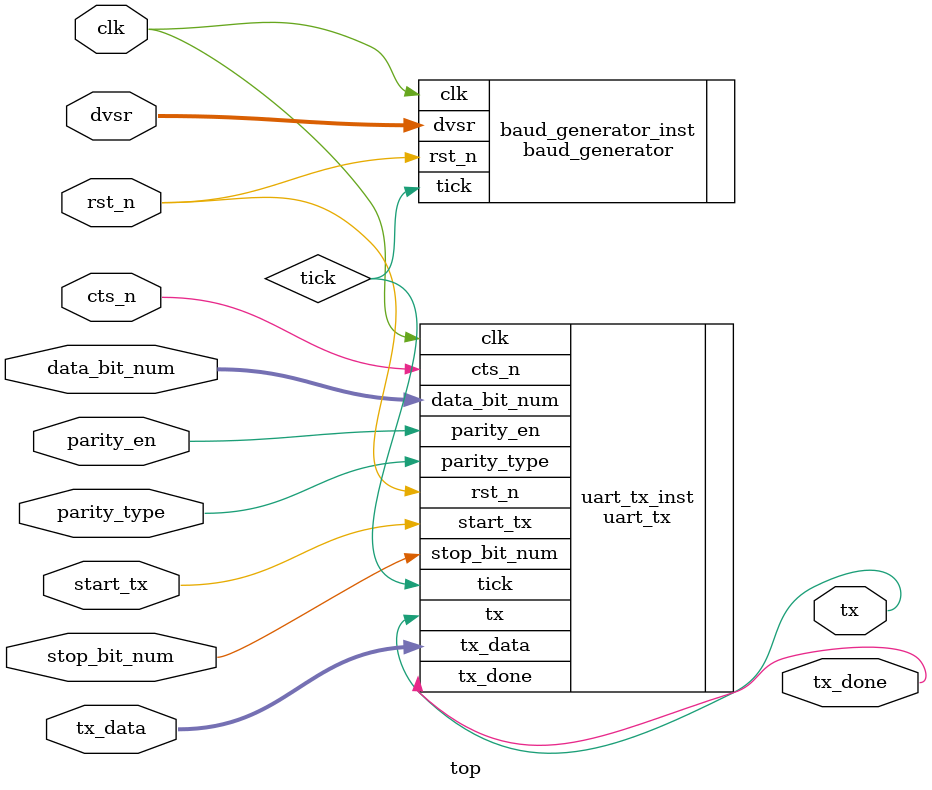
<source format=sv>
module top#(parameter baurate = 9600)(
    input               clk,
    // input               tick,
    input               rst_n,
    input [10:0]        dvsr,
    input [7:0]         tx_data,

    input               start_tx,
    input [1:0]         data_bit_num,
    input               stop_bit_num,
    input               parity_en,
    input               parity_type,

    input               cts_n,

    output logic        tx,
    output logic        tx_done
    // output logic        rts_n
);
logic tick;
uart_tx uart_tx_inst (
    .clk(clk),
    .tick(tick),
    .rst_n(rst_n),
    .tx_data(tx_data),
    .start_tx(start_tx),
    .data_bit_num(data_bit_num),
    .stop_bit_num (stop_bit_num),
    .parity_en(parity_en),
    .parity_type(parity_type),
    .cts_n(cts_n),
    .tx(tx),
    .tx_done(tx_done),
    // .rts_n(rts_n)
);
baud_generator baud_generator_inst(
    .clk(clk),
    .rst_n(rst_n),
    .dvsr(dvsr),
    .tick(tick)
);



endmodule
</source>
